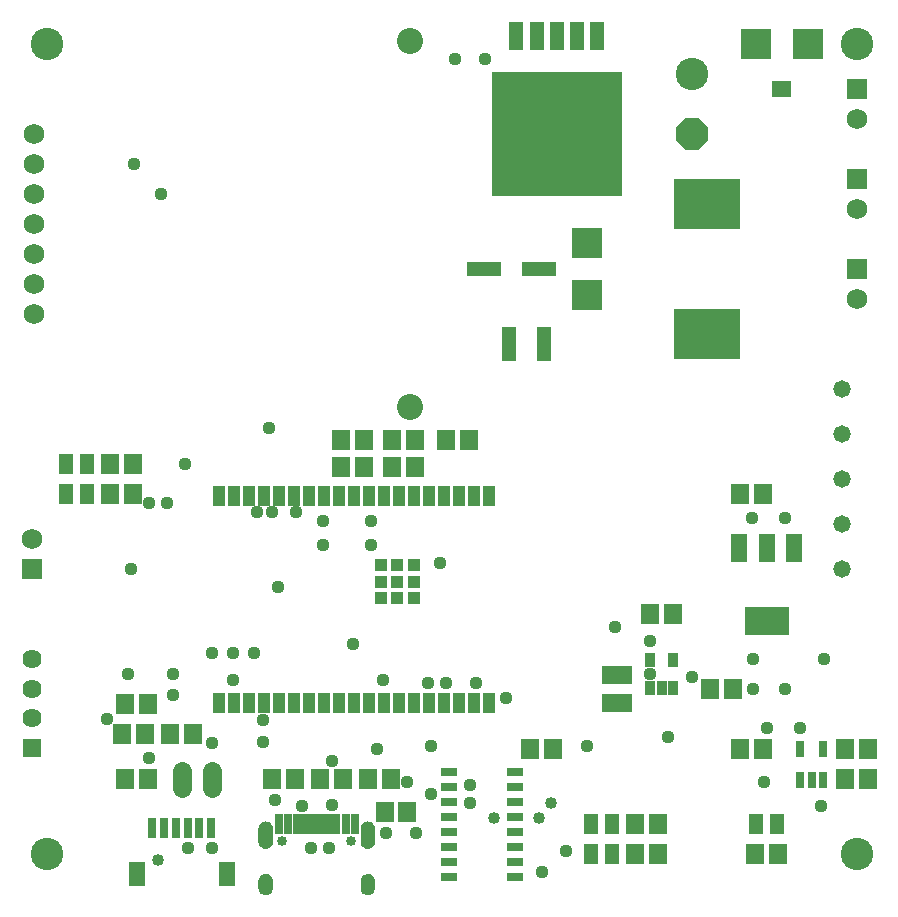
<source format=gbr>
G04 EAGLE Gerber RS-274X export*
G75*
%MOMM*%
%FSLAX34Y34*%
%LPD*%
%INSoldermask Top*%
%IPPOS*%
%AMOC8*
5,1,8,0,0,1.08239X$1,22.5*%
G01*
%ADD10C,2.743200*%
%ADD11P,2.969212X8X292.500000*%
%ADD12R,3.003200X1.203200*%
%ADD13R,1.303200X1.653200*%
%ADD14R,2.603200X2.603200*%
%ADD15R,1.203200X3.003200*%
%ADD16R,1.621200X1.621200*%
%ADD17C,1.621200*%
%ADD18R,11.003200X10.613200*%
%ADD19R,1.270000X2.362200*%
%ADD20R,1.422200X2.438200*%
%ADD21R,3.803200X2.403200*%
%ADD22C,1.727200*%
%ADD23C,2.203200*%
%ADD24R,0.803200X1.753200*%
%ADD25R,1.403200X2.003200*%
%ADD26R,1.733200X1.733200*%
%ADD27C,1.733200*%
%ADD28R,0.838200X1.473200*%
%ADD29R,5.703200X4.203200*%
%ADD30R,1.092200X1.701800*%
%ADD31R,1.092200X1.092200*%
%ADD32R,0.753200X1.403200*%
%ADD33R,0.903200X1.203200*%
%ADD34R,1.503200X1.703200*%
%ADD35R,2.603200X1.603200*%
%ADD36C,1.473200*%
%ADD37C,1.625600*%
%ADD38R,1.403200X0.803200*%
%ADD39R,0.503200X1.653200*%
%ADD40R,0.803200X1.653200*%
%ADD41R,0.753200X1.653200*%
%ADD42C,0.853200*%
%ADD43C,1.117600*%
%ADD44C,1.016000*%

G36*
X311184Y42883D02*
X311184Y42883D01*
X311190Y42889D01*
X311195Y42885D01*
X312425Y43250D01*
X312430Y43257D01*
X312435Y43255D01*
X313554Y43885D01*
X313557Y43892D01*
X313563Y43891D01*
X314513Y44754D01*
X314514Y44762D01*
X314520Y44762D01*
X315254Y45815D01*
X315254Y45823D01*
X315259Y45825D01*
X315741Y47015D01*
X315739Y47020D01*
X315743Y47023D01*
X315742Y47024D01*
X315744Y47025D01*
X315949Y48292D01*
X315946Y48297D01*
X315949Y48300D01*
X315949Y60300D01*
X315946Y60304D01*
X315949Y60307D01*
X315794Y61429D01*
X315789Y61434D01*
X315792Y61438D01*
X315421Y62509D01*
X315415Y62513D01*
X315417Y62518D01*
X314844Y63495D01*
X314838Y63498D01*
X314839Y63503D01*
X314086Y64350D01*
X314079Y64352D01*
X314079Y64357D01*
X313176Y65041D01*
X313169Y65041D01*
X313168Y65046D01*
X312149Y65541D01*
X312142Y65539D01*
X312140Y65544D01*
X311043Y65831D01*
X311037Y65828D01*
X311034Y65832D01*
X309903Y65899D01*
X309897Y65899D01*
X308766Y65832D01*
X308761Y65827D01*
X308757Y65831D01*
X307660Y65544D01*
X307656Y65538D01*
X307651Y65541D01*
X306632Y65046D01*
X306629Y65040D01*
X306624Y65041D01*
X305721Y64357D01*
X305719Y64350D01*
X305714Y64350D01*
X304961Y63503D01*
X304961Y63496D01*
X304956Y63495D01*
X304383Y62518D01*
X304384Y62515D01*
X304383Y62514D01*
X304384Y62513D01*
X304384Y62511D01*
X304379Y62509D01*
X304008Y61438D01*
X304010Y61433D01*
X304007Y61431D01*
X304007Y61430D01*
X304006Y61429D01*
X303851Y60307D01*
X303854Y60302D01*
X303851Y60300D01*
X303851Y48300D01*
X303854Y48295D01*
X303851Y48292D01*
X304056Y47025D01*
X304062Y47019D01*
X304059Y47015D01*
X304541Y45825D01*
X304548Y45821D01*
X304546Y45815D01*
X305280Y44762D01*
X305288Y44760D01*
X305287Y44754D01*
X306237Y43891D01*
X306246Y43890D01*
X306246Y43885D01*
X307365Y43255D01*
X307373Y43256D01*
X307375Y43250D01*
X308605Y42885D01*
X308613Y42888D01*
X308616Y42883D01*
X309897Y42801D01*
X309901Y42804D01*
X309903Y42801D01*
X311184Y42883D01*
G37*
G36*
X224784Y42883D02*
X224784Y42883D01*
X224790Y42889D01*
X224795Y42885D01*
X226025Y43250D01*
X226030Y43257D01*
X226035Y43255D01*
X227154Y43885D01*
X227157Y43892D01*
X227163Y43891D01*
X228113Y44754D01*
X228114Y44762D01*
X228120Y44762D01*
X228854Y45815D01*
X228854Y45823D01*
X228859Y45825D01*
X229341Y47015D01*
X229339Y47020D01*
X229343Y47023D01*
X229342Y47024D01*
X229344Y47025D01*
X229549Y48292D01*
X229546Y48297D01*
X229549Y48300D01*
X229549Y60300D01*
X229546Y60304D01*
X229549Y60307D01*
X229394Y61429D01*
X229389Y61434D01*
X229392Y61438D01*
X229021Y62509D01*
X229015Y62513D01*
X229017Y62518D01*
X228444Y63495D01*
X228438Y63498D01*
X228439Y63503D01*
X227686Y64350D01*
X227679Y64352D01*
X227679Y64357D01*
X226776Y65041D01*
X226769Y65041D01*
X226768Y65046D01*
X225749Y65541D01*
X225742Y65539D01*
X225740Y65544D01*
X224643Y65831D01*
X224637Y65828D01*
X224634Y65832D01*
X223503Y65899D01*
X223497Y65899D01*
X222366Y65832D01*
X222361Y65827D01*
X222357Y65831D01*
X221260Y65544D01*
X221256Y65538D01*
X221251Y65541D01*
X220232Y65046D01*
X220229Y65040D01*
X220224Y65041D01*
X219321Y64357D01*
X219319Y64350D01*
X219314Y64350D01*
X218561Y63503D01*
X218561Y63496D01*
X218556Y63495D01*
X217983Y62518D01*
X217984Y62515D01*
X217983Y62514D01*
X217984Y62513D01*
X217984Y62511D01*
X217979Y62509D01*
X217608Y61438D01*
X217610Y61433D01*
X217607Y61431D01*
X217607Y61430D01*
X217606Y61429D01*
X217451Y60307D01*
X217454Y60302D01*
X217451Y60300D01*
X217451Y48300D01*
X217454Y48295D01*
X217451Y48292D01*
X217656Y47025D01*
X217662Y47019D01*
X217659Y47015D01*
X218141Y45825D01*
X218148Y45821D01*
X218146Y45815D01*
X218880Y44762D01*
X218888Y44760D01*
X218887Y44754D01*
X219837Y43891D01*
X219846Y43890D01*
X219846Y43885D01*
X220965Y43255D01*
X220973Y43256D01*
X220975Y43250D01*
X222205Y42885D01*
X222213Y42888D01*
X222216Y42883D01*
X223497Y42801D01*
X223501Y42804D01*
X223503Y42801D01*
X224784Y42883D01*
G37*
G36*
X311071Y3611D02*
X311071Y3611D01*
X311076Y3616D01*
X311080Y3613D01*
X312203Y3948D01*
X312207Y3954D01*
X312211Y3952D01*
X313247Y4500D01*
X313250Y4506D01*
X313255Y4505D01*
X314163Y5244D01*
X314165Y5251D01*
X314170Y5251D01*
X314917Y6153D01*
X314917Y6161D01*
X314923Y6161D01*
X315479Y7192D01*
X315478Y7199D01*
X315483Y7201D01*
X315827Y8320D01*
X315825Y8327D01*
X315829Y8330D01*
X315949Y9495D01*
X315947Y9498D01*
X315949Y9500D01*
X315949Y15500D01*
X315947Y15503D01*
X315949Y15505D01*
X315838Y16681D01*
X315833Y16686D01*
X315836Y16690D01*
X315498Y17822D01*
X315492Y17826D01*
X315494Y17831D01*
X314942Y18875D01*
X314935Y18878D01*
X314937Y18883D01*
X314191Y19799D01*
X314184Y19800D01*
X314184Y19806D01*
X313275Y20559D01*
X313267Y20559D01*
X313267Y20564D01*
X312227Y21125D01*
X312220Y21124D01*
X312218Y21129D01*
X311089Y21476D01*
X311083Y21474D01*
X311080Y21478D01*
X309905Y21599D01*
X309898Y21595D01*
X309894Y21599D01*
X308554Y21442D01*
X308548Y21437D01*
X308543Y21440D01*
X307272Y20989D01*
X307267Y20982D01*
X307262Y20984D01*
X306123Y20262D01*
X306120Y20254D01*
X306114Y20255D01*
X305164Y19297D01*
X305163Y19289D01*
X305157Y19288D01*
X304444Y18143D01*
X304445Y18135D01*
X304439Y18133D01*
X303999Y16857D01*
X304001Y16850D01*
X303997Y16847D01*
X303851Y15505D01*
X303853Y15502D01*
X303851Y15500D01*
X303851Y9500D01*
X303853Y9497D01*
X303851Y9494D01*
X304006Y8165D01*
X304012Y8159D01*
X304009Y8155D01*
X304456Y6894D01*
X304463Y6889D01*
X304461Y6884D01*
X305178Y5754D01*
X305185Y5751D01*
X305184Y5745D01*
X306135Y4803D01*
X306143Y4802D01*
X306143Y4796D01*
X307279Y4089D01*
X307287Y4090D01*
X307289Y4084D01*
X308554Y3648D01*
X308559Y3649D01*
X308560Y3649D01*
X308563Y3649D01*
X308565Y3645D01*
X309895Y3501D01*
X309901Y3505D01*
X309905Y3501D01*
X311071Y3611D01*
G37*
G36*
X224671Y3611D02*
X224671Y3611D01*
X224676Y3616D01*
X224680Y3613D01*
X225803Y3948D01*
X225807Y3954D01*
X225811Y3952D01*
X226847Y4500D01*
X226850Y4506D01*
X226855Y4505D01*
X227763Y5244D01*
X227765Y5251D01*
X227770Y5251D01*
X228517Y6153D01*
X228517Y6161D01*
X228523Y6161D01*
X229079Y7192D01*
X229078Y7199D01*
X229083Y7201D01*
X229427Y8320D01*
X229425Y8327D01*
X229429Y8330D01*
X229549Y9495D01*
X229547Y9498D01*
X229549Y9500D01*
X229549Y15500D01*
X229547Y15503D01*
X229549Y15505D01*
X229438Y16681D01*
X229433Y16686D01*
X229436Y16690D01*
X229098Y17822D01*
X229092Y17826D01*
X229094Y17831D01*
X228542Y18875D01*
X228535Y18878D01*
X228537Y18883D01*
X227791Y19799D01*
X227784Y19800D01*
X227784Y19806D01*
X226875Y20559D01*
X226867Y20559D01*
X226867Y20564D01*
X225827Y21125D01*
X225820Y21124D01*
X225818Y21129D01*
X224689Y21476D01*
X224683Y21474D01*
X224680Y21478D01*
X223505Y21599D01*
X223498Y21595D01*
X223494Y21599D01*
X222154Y21442D01*
X222148Y21437D01*
X222143Y21440D01*
X220872Y20989D01*
X220867Y20982D01*
X220862Y20984D01*
X219723Y20262D01*
X219720Y20254D01*
X219714Y20255D01*
X218764Y19297D01*
X218763Y19289D01*
X218757Y19288D01*
X218044Y18143D01*
X218045Y18135D01*
X218039Y18133D01*
X217599Y16857D01*
X217601Y16850D01*
X217597Y16847D01*
X217451Y15505D01*
X217453Y15502D01*
X217451Y15500D01*
X217451Y9500D01*
X217453Y9497D01*
X217451Y9494D01*
X217606Y8165D01*
X217612Y8159D01*
X217609Y8155D01*
X218056Y6894D01*
X218063Y6889D01*
X218061Y6884D01*
X218778Y5754D01*
X218785Y5751D01*
X218784Y5745D01*
X219735Y4803D01*
X219743Y4802D01*
X219743Y4796D01*
X220879Y4089D01*
X220887Y4090D01*
X220889Y4084D01*
X222154Y3648D01*
X222159Y3649D01*
X222160Y3649D01*
X222163Y3649D01*
X222165Y3645D01*
X223495Y3501D01*
X223501Y3505D01*
X223505Y3501D01*
X224671Y3611D01*
G37*
D10*
X38100Y38100D03*
X723900Y38100D03*
X38100Y723900D03*
X723900Y723900D03*
X584200Y698500D03*
D11*
X584200Y647700D03*
D12*
X408300Y533400D03*
X455300Y533400D03*
D13*
X54500Y342900D03*
X72500Y342900D03*
X54500Y368300D03*
X72500Y368300D03*
D14*
X495300Y555400D03*
X495300Y511400D03*
X638400Y723900D03*
X682400Y723900D03*
D15*
X459500Y469900D03*
X429500Y469900D03*
D16*
X25400Y128270D03*
D17*
X25400Y153270D03*
X25400Y178270D03*
X25400Y203270D03*
D18*
X469900Y647700D03*
D19*
X503936Y731012D03*
X486918Y731012D03*
X469900Y731012D03*
X452882Y731012D03*
X435864Y731012D03*
D20*
X670810Y297690D03*
X647700Y297690D03*
X624590Y297690D03*
D21*
X647700Y235710D03*
D22*
X27500Y571500D03*
X27500Y546100D03*
X27500Y520700D03*
X27500Y495300D03*
X27500Y596900D03*
X27500Y622300D03*
X27500Y647700D03*
D23*
X345500Y416500D03*
X345500Y726500D03*
D24*
X177400Y60450D03*
X167400Y60450D03*
X157400Y60450D03*
X147400Y60450D03*
X137400Y60450D03*
X127400Y60450D03*
D25*
X190400Y21700D03*
X114400Y21700D03*
D26*
X723900Y609600D03*
D27*
X723900Y584200D03*
D28*
X664464Y685800D03*
X656336Y685800D03*
D29*
X596900Y588400D03*
X596900Y478400D03*
D30*
X412801Y341503D03*
X400101Y341503D03*
X387401Y341503D03*
X374701Y341503D03*
X362001Y341503D03*
X349301Y341503D03*
X336601Y341503D03*
X323901Y341503D03*
X311201Y341503D03*
X298501Y341503D03*
X285801Y341503D03*
X273101Y341503D03*
X260401Y341503D03*
X247701Y341503D03*
X235001Y341503D03*
X222301Y341503D03*
X209601Y341503D03*
X196901Y341503D03*
X184201Y341503D03*
X184201Y166497D03*
X196901Y166497D03*
X209601Y166497D03*
X222301Y166497D03*
X235001Y166497D03*
X247701Y166497D03*
X260401Y166497D03*
X273101Y166497D03*
X285801Y166497D03*
X298501Y166497D03*
X311201Y166497D03*
X323901Y166497D03*
X336601Y166497D03*
X349301Y166497D03*
X362001Y166497D03*
X374701Y166497D03*
X387401Y166497D03*
X400101Y166497D03*
X412801Y166497D03*
D31*
X334823Y269037D03*
X348818Y283032D03*
X348818Y255041D03*
X348818Y269037D03*
X334823Y283032D03*
X334823Y255041D03*
X320827Y283032D03*
X320827Y269037D03*
X320827Y255041D03*
D32*
X676300Y101299D03*
X685800Y101299D03*
X695300Y101299D03*
X695300Y127301D03*
X676300Y127301D03*
D33*
X549300Y178500D03*
X558800Y178500D03*
X568300Y178500D03*
X568300Y202500D03*
X549300Y202500D03*
D34*
X619100Y177800D03*
X600100Y177800D03*
X568300Y241300D03*
X549300Y241300D03*
D35*
X520700Y165800D03*
X520700Y189800D03*
D36*
X711200Y431800D03*
X711200Y393700D03*
X711200Y355600D03*
X711200Y317500D03*
X711200Y279400D03*
D37*
X177800Y108712D02*
X177800Y94488D01*
X152400Y94488D02*
X152400Y108712D01*
D26*
X25400Y279400D03*
D27*
X25400Y304800D03*
D26*
X723900Y533400D03*
D27*
X723900Y508000D03*
D38*
X378400Y107950D03*
X378400Y95250D03*
X378400Y82550D03*
X378400Y69850D03*
X378400Y57150D03*
X378400Y44450D03*
X378400Y31750D03*
X378400Y19050D03*
X434400Y19050D03*
X434400Y31750D03*
X434400Y44450D03*
X434400Y57150D03*
X434400Y69850D03*
X434400Y82550D03*
X434400Y95250D03*
X434400Y107950D03*
D39*
X274200Y63500D03*
X269200Y63500D03*
D40*
X298950Y63500D03*
D41*
X291200Y63500D03*
D39*
X284200Y63500D03*
X279200Y63500D03*
X259200Y63500D03*
X264200Y63500D03*
D40*
X234450Y63500D03*
D41*
X242200Y63500D03*
D39*
X249200Y63500D03*
X254200Y63500D03*
D42*
X237800Y49050D03*
X295600Y49050D03*
D34*
X288900Y101600D03*
X269900Y101600D03*
X248260Y101600D03*
X229260Y101600D03*
X310540Y101600D03*
X329540Y101600D03*
X343510Y73660D03*
X324510Y73660D03*
X447700Y127000D03*
X466700Y127000D03*
D26*
X723900Y685800D03*
D27*
X723900Y660400D03*
D13*
X638700Y63500D03*
X656700Y63500D03*
X499000Y63500D03*
X517000Y63500D03*
X499000Y38100D03*
X517000Y38100D03*
D34*
X330860Y388620D03*
X349860Y388620D03*
X376580Y388620D03*
X395580Y388620D03*
X111100Y342900D03*
X92100Y342900D03*
X111100Y368300D03*
X92100Y368300D03*
X142900Y139700D03*
X161900Y139700D03*
X638200Y38100D03*
X657200Y38100D03*
X625500Y127000D03*
X644500Y127000D03*
X121260Y139700D03*
X102260Y139700D03*
X123800Y165100D03*
X104800Y165100D03*
X287680Y388620D03*
X306680Y388620D03*
X536600Y63500D03*
X555600Y63500D03*
X536600Y38100D03*
X555600Y38100D03*
X714400Y127000D03*
X733400Y127000D03*
X714400Y101600D03*
X733400Y101600D03*
X644500Y342900D03*
X625500Y342900D03*
X306680Y365760D03*
X287680Y365760D03*
X349860Y365760D03*
X330860Y365760D03*
X104800Y101600D03*
X123800Y101600D03*
D43*
X124460Y119380D03*
X144780Y172720D03*
D44*
X464820Y81280D03*
X132080Y33020D03*
D43*
X220980Y133096D03*
X220980Y151384D03*
D44*
X416560Y68580D03*
X454660Y68580D03*
D43*
X109220Y279400D03*
X154940Y368300D03*
X271780Y320040D03*
X312420Y320040D03*
X271780Y299720D03*
X312420Y299720D03*
X177800Y43180D03*
X363220Y129540D03*
X360680Y182880D03*
X396240Y81280D03*
X157480Y43180D03*
X477520Y40640D03*
X375920Y182880D03*
X342900Y99060D03*
X396240Y96520D03*
X662940Y322580D03*
X635000Y322580D03*
X695960Y203200D03*
X636016Y203200D03*
X457200Y22860D03*
X363220Y89154D03*
X195580Y185420D03*
X195580Y208280D03*
X124460Y335280D03*
X111760Y622300D03*
X322580Y185420D03*
X213360Y208280D03*
X139700Y335280D03*
X134620Y596900D03*
X106680Y190500D03*
X144780Y190500D03*
X88900Y152400D03*
X297180Y215900D03*
X228600Y327660D03*
X370840Y284480D03*
X645160Y99060D03*
X584200Y187960D03*
X495300Y129540D03*
X426720Y170180D03*
X325120Y55880D03*
X317500Y127000D03*
X693420Y78740D03*
X408940Y711200D03*
X383540Y711200D03*
X248920Y327660D03*
X233680Y264160D03*
X177800Y208280D03*
X177800Y132080D03*
X548640Y218440D03*
X519738Y230178D03*
X548640Y190500D03*
X215900Y327660D03*
X662940Y177800D03*
X636016Y177800D03*
X254116Y78624D03*
X231140Y83820D03*
X279400Y79756D03*
X279400Y116840D03*
X261620Y43180D03*
X277272Y43180D03*
X350520Y55880D03*
X563880Y137160D03*
X401320Y182880D03*
X675640Y144780D03*
X647700Y144780D03*
X226060Y398780D03*
M02*

</source>
